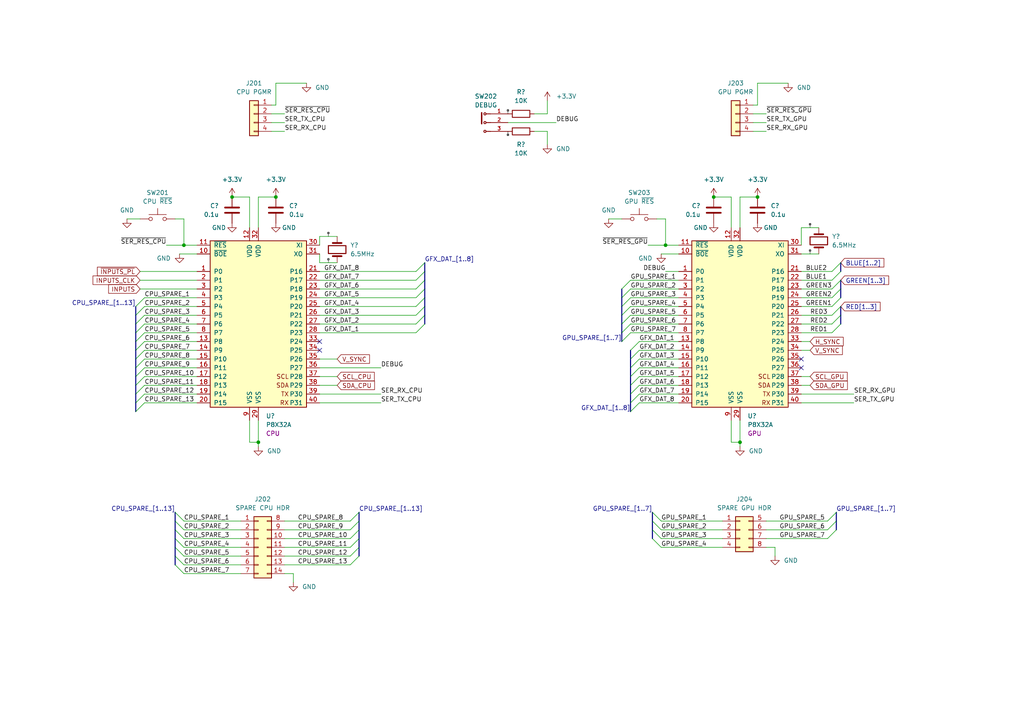
<source format=kicad_sch>
(kicad_sch (version 20230121) (generator eeschema)
  (paper "A4")
  (lib_symbols
    (symbol "Connector_Generic:Conn_01x04" (pin_names (offset 1.016) hide)
      (property "Reference" "J" (at 0 5.08 0))
      (property "Value" "Conn_01x04" (at 0 -7.62 0))
      (symbol "Conn_01x04_1_1"
        (rectangle (start -1.27 -4.953) (end 0 -5.207) (stroke (width 0.1524)))
        (rectangle (start -1.27 -2.413) (end 0 -2.667) (stroke (width 0.1524)))
        (rectangle (start -1.27 0.127) (end 0 -0.127) (stroke (width 0.1524)))
        (rectangle (start -1.27 2.667) (end 0 2.413) (stroke (width 0.1524)))
        (rectangle (start -1.27 3.81) (end 1.27 -6.35) (stroke (width 0.254)) (fill (type background)))
        (pin passive line (at -5.08 2.54 0) (length 3.81) (name "Pin_1") (number "1"))
        (pin passive line (at -5.08 0 0) (length 3.81) (name "Pin_2") (number "2"))
        (pin passive line (at -5.08 -2.54 0) (length 3.81) (name "Pin_3") (number "3"))
        (pin passive line (at -5.08 -5.08 0) (length 3.81) (name "Pin_4") (number "4"))
      )
    )
    (symbol "Connector_Generic:Conn_02x04_Top_Bottom" (pin_names (offset 1.016) hide)
      (property "Reference" "J" (at 1.27 5.08 0))
      (property "Value" "Conn_02x04_Top_Bottom" (at 1.27 -7.62 0))
      (symbol "Conn_02x04_Top_Bottom_1_1"
        (rectangle (start -1.27 -4.953) (end 0 -5.207) (stroke (width 0.1524)))
        (rectangle (start -1.27 -2.413) (end 0 -2.667) (stroke (width 0.1524)))
        (rectangle (start -1.27 0.127) (end 0 -0.127) (stroke (width 0.1524)))
        (rectangle (start -1.27 2.667) (end 0 2.413) (stroke (width 0.1524)))
        (rectangle (start -1.27 3.81) (end 3.81 -6.35) (stroke (width 0.254)) (fill (type background)))
        (rectangle (start 3.81 -4.953) (end 2.54 -5.207) (stroke (width 0.1524)))
        (rectangle (start 3.81 -2.413) (end 2.54 -2.667) (stroke (width 0.1524)))
        (rectangle (start 3.81 0.127) (end 2.54 -0.127) (stroke (width 0.1524)))
        (rectangle (start 3.81 2.667) (end 2.54 2.413) (stroke (width 0.1524)))
        (pin passive line (at -5.08 2.54 0) (length 3.81) (name "Pin_1") (number "1"))
        (pin passive line (at -5.08 0 0) (length 3.81) (name "Pin_2") (number "2"))
        (pin passive line (at -5.08 -2.54 0) (length 3.81) (name "Pin_3") (number "3"))
        (pin passive line (at -5.08 -5.08 0) (length 3.81) (name "Pin_4") (number "4"))
        (pin passive line (at 7.62 2.54 180) (length 3.81) (name "Pin_5") (number "5"))
        (pin passive line (at 7.62 0 180) (length 3.81) (name "Pin_6") (number "6"))
        (pin passive line (at 7.62 -2.54 180) (length 3.81) (name "Pin_7") (number "7"))
        (pin passive line (at 7.62 -5.08 180) (length 3.81) (name "Pin_8") (number "8"))
      )
    )
    (symbol "Connector_Generic:Conn_02x07_Top_Bottom" (pin_names (offset 1.016) hide)
      (property "Reference" "J" (at 1.27 10.16 0))
      (property "Value" "Conn_02x07_Top_Bottom" (at 1.27 -10.16 0))
      (symbol "Conn_02x07_Top_Bottom_1_1"
        (rectangle (start -1.27 -7.493) (end 0 -7.747) (stroke (width 0.1524)))
        (rectangle (start -1.27 -4.953) (end 0 -5.207) (stroke (width 0.1524)))
        (rectangle (start -1.27 -2.413) (end 0 -2.667) (stroke (width 0.1524)))
        (rectangle (start -1.27 0.127) (end 0 -0.127) (stroke (width 0.1524)))
        (rectangle (start -1.27 2.667) (end 0 2.413) (stroke (width 0.1524)))
        (rectangle (start -1.27 5.207) (end 0 4.953) (stroke (width 0.1524)))
        (rectangle (start -1.27 7.747) (end 0 7.493) (stroke (width 0.1524)))
        (rectangle (start -1.27 8.89) (end 3.81 -8.89) (stroke (width 0.254)) (fill (type background)))
        (rectangle (start 3.81 -7.493) (end 2.54 -7.747) (stroke (width 0.1524)))
        (rectangle (start 3.81 -4.953) (end 2.54 -5.207) (stroke (width 0.1524)))
        (rectangle (start 3.81 -2.413) (end 2.54 -2.667) (stroke (width 0.1524)))
        (rectangle (start 3.81 0.127) (end 2.54 -0.127) (stroke (width 0.1524)))
        (rectangle (start 3.81 2.667) (end 2.54 2.413) (stroke (width 0.1524)))
        (rectangle (start 3.81 5.207) (end 2.54 4.953) (stroke (width 0.1524)))
        (rectangle (start 3.81 7.747) (end 2.54 7.493) (stroke (width 0.1524)))
        (pin passive line (at -5.08 7.62 0) (length 3.81) (name "Pin_1") (number "1"))
        (pin passive line (at 7.62 2.54 180) (length 3.81) (name "Pin_10") (number "10"))
        (pin passive line (at 7.62 0 180) (length 3.81) (name "Pin_11") (number "11"))
        (pin passive line (at 7.62 -2.54 180) (length 3.81) (name "Pin_12") (number "12"))
        (pin passive line (at 7.62 -5.08 180) (length 3.81) (name "Pin_13") (number "13"))
        (pin passive line (at 7.62 -7.62 180) (length 3.81) (name "Pin_14") (number "14"))
        (pin passive line (at -5.08 5.08 0) (length 3.81) (name "Pin_2") (number "2"))
        (pin passive line (at -5.08 2.54 0) (length 3.81) (name "Pin_3") (number "3"))
        (pin passive line (at -5.08 0 0) (length 3.81) (name "Pin_4") (number "4"))
        (pin passive line (at -5.08 -2.54 0) (length 3.81) (name "Pin_5") (number "5"))
        (pin passive line (at -5.08 -5.08 0) (length 3.81) (name "Pin_6") (number "6"))
        (pin passive line (at -5.08 -7.62 0) (length 3.81) (name "Pin_7") (number "7"))
        (pin passive line (at 7.62 7.62 180) (length 3.81) (name "Pin_8") (number "8"))
        (pin passive line (at 7.62 5.08 180) (length 3.81) (name "Pin_9") (number "9"))
      )
    )
    (symbol "Device:C" (pin_numbers hide) (pin_names (offset 0.254))
      (property "Reference" "C" (at 0.635 2.54 0))
      (property "Value" "C" (at 0.635 -2.54 0))
      (symbol "C_0_1"
        (polyline (pts (xy -2.032 -0.762) (xy 2.032 -0.762)) (stroke (width 0.508)))
        (polyline (pts (xy -2.032 0.762) (xy 2.032 0.762)) (stroke (width 0.508)))
      )
      (symbol "C_1_1"
        (pin passive line (at 0 3.81 270) (length 2.794) (name "~") (number "1"))
        (pin passive line (at 0 -3.81 90) (length 2.794) (name "~") (number "2"))
      )
    )
    (symbol "Device:Crystal" (pin_numbers hide) (pin_names (offset 1.016) hide)
      (property "Reference" "Y" (at 0 3.81 0))
      (property "Value" "Crystal" (at 0 -3.81 0))
      (symbol "Crystal_0_1"
        (rectangle (start -1.143 2.54) (end 1.143 -2.54) (stroke (width 0.3048)))
        (polyline (pts (xy -2.54 0) (xy -1.905 0)))
        (polyline (pts (xy -1.905 -1.27) (xy -1.905 1.27)) (stroke (width 0.508)))
        (polyline (pts (xy 1.905 -1.27) (xy 1.905 1.27)) (stroke (width 0.508)))
        (polyline (pts (xy 2.54 0) (xy 1.905 0)))
      )
      (symbol "Crystal_1_1"
        (pin passive line (at -3.81 0 0) (length 1.27) (name "1") (number "1"))
        (pin passive line (at 3.81 0 180) (length 1.27) (name "2") (number "2"))
      )
    )
    (symbol "Device:R" (pin_numbers hide) (pin_names (offset 0))
      (property "Reference" "R" (at 2.032 0 90))
      (property "Value" "R" (at 0 0 90))
      (symbol "R_0_1"
        (rectangle (start -1.016 -2.54) (end 1.016 2.54) (stroke (width 0.254)))
      )
      (symbol "R_1_1"
        (pin passive line (at 0 3.81 270) (length 1.27) (name "~") (number "1"))
        (pin passive line (at 0 -3.81 90) (length 1.27) (name "~") (number "2"))
      )
    )
    (symbol "MCU_Parallax:P8X32A-D40" (pin_names (offset 1.016))
      (property "Reference" "U" (at -13.97 25.4 0))
      (property "Value" "P8X32A-D40" (at 1.27 25.4 0))
      (symbol "P8X32A-D40_0_1"
        (rectangle (start -13.97 24.13) (end 13.97 -24.13) (stroke (width 0.254)) (fill (type background)))
        (text "RX" (at 8.89 -22.86 0) (effects (font (size 1.27 1.27)) (justify right)))
        (text "SCL" (at 8.89 -15.24 0) (effects (font (size 1.27 1.27)) (justify right)))
        (text "SDA" (at 8.89 -17.78 0) (effects (font (size 1.27 1.27)) (justify right)))
        (text "TX" (at 8.89 -20.32 0) (effects (font (size 1.27 1.27)) (justify right)))
        (pin bidirectional line (at -17.78 15.24 0) (length 3.81) (name "P0") (number "1"))
        (pin input line (at -17.78 20.32 0) (length 3.81) (name "~{BOE}") (number "10"))
        (pin bidirectional line (at -17.78 22.86 0) (length 3.81) (name "~{RES}") (number "11"))
        (pin power_in line (at -2.54 27.94 270) (length 3.81) (name "VDD") (number "12"))
        (pin bidirectional line (at -17.78 -5.08 0) (length 3.81) (name "P8") (number "13"))
        (pin bidirectional line (at -17.78 -7.62 0) (length 3.81) (name "P9") (number "14"))
        (pin bidirectional line (at -17.78 -10.16 0) (length 3.81) (name "P10") (number "15"))
        (pin bidirectional line (at -17.78 -12.7 0) (length 3.81) (name "P11") (number "16"))
        (pin bidirectional line (at -17.78 -15.24 0) (length 3.81) (name "P12") (number "17"))
        (pin bidirectional line (at -17.78 -17.78 0) (length 3.81) (name "P13") (number "18"))
        (pin bidirectional line (at -17.78 -20.32 0) (length 3.81) (name "P14") (number "19"))
        (pin bidirectional line (at -17.78 12.7 0) (length 3.81) (name "P1") (number "2"))
        (pin bidirectional line (at -17.78 -22.86 0) (length 3.81) (name "P15") (number "20"))
        (pin bidirectional line (at 17.78 15.24 180) (length 3.81) (name "P16") (number "21"))
        (pin bidirectional line (at 17.78 12.7 180) (length 3.81) (name "P17") (number "22"))
        (pin bidirectional line (at 17.78 10.16 180) (length 3.81) (name "P18") (number "23"))
        (pin bidirectional line (at 17.78 7.62 180) (length 3.81) (name "P19") (number "24"))
        (pin bidirectional line (at 17.78 5.08 180) (length 3.81) (name "P20") (number "25"))
        (pin bidirectional line (at 17.78 2.54 180) (length 3.81) (name "P21") (number "26"))
        (pin bidirectional line (at 17.78 0 180) (length 3.81) (name "P22") (number "27"))
        (pin bidirectional line (at 17.78 -2.54 180) (length 3.81) (name "P23") (number "28"))
        (pin power_in line (at 0 -27.94 90) (length 3.81) (name "VSS") (number "29"))
        (pin bidirectional line (at -17.78 10.16 0) (length 3.81) (name "P2") (number "3"))
        (pin input line (at 17.78 22.86 180) (length 3.81) (name "XI") (number "30"))
        (pin output line (at 17.78 20.32 180) (length 3.81) (name "XO") (number "31"))
        (pin power_in line (at 0 27.94 270) (length 3.81) (name "VDD") (number "32"))
        (pin bidirectional line (at 17.78 -5.08 180) (length 3.81) (name "P24") (number "33"))
        (pin bidirectional line (at 17.78 -7.62 180) (length 3.81) (name "P25") (number "34"))
        (pin bidirectional line (at 17.78 -10.16 180) (length 3.81) (name "P26") (number "35"))
        (pin bidirectional line (at 17.78 -12.7 180) (length 3.81) (name "P27") (number "36"))
        (pin bidirectional line (at 17.78 -15.24 180) (length 3.81) (name "P28") (number "37"))
        (pin bidirectional line (at 17.78 -17.78 180) (length 3.81) (name "P29") (number "38"))
        (pin bidirectional line (at 17.78 -20.32 180) (length 3.81) (name "P30") (number "39"))
        (pin bidirectional line (at -17.78 7.62 0) (length 3.81) (name "P3") (number "4"))
        (pin bidirectional line (at 17.78 -22.86 180) (length 3.81) (name "P31") (number "40"))
        (pin bidirectional line (at -17.78 5.08 0) (length 3.81) (name "P4") (number "5"))
        (pin bidirectional line (at -17.78 2.54 0) (length 3.81) (name "P5") (number "6"))
        (pin bidirectional line (at -17.78 0 0) (length 3.81) (name "P6") (number "7"))
        (pin bidirectional line (at -17.78 -2.54 0) (length 3.81) (name "P7") (number "8"))
        (pin power_in line (at -2.54 -27.94 90) (length 3.81) (name "VSS") (number "9"))
      )
    )
    (symbol "Switch:SW_Push" (pin_numbers hide) (pin_names (offset 1.016) hide)
      (property "Reference" "SW" (at 1.27 2.54 0))
      (property "Value" "SW_Push" (at 0 -1.524 0))
      (symbol "SW_Push_0_1"
        (circle (center -2.032 0) (radius 0.508))
        (polyline (pts (xy 0 1.27) (xy 0 3.048)))
        (polyline (pts (xy 2.54 1.27) (xy -2.54 1.27)))
        (circle (center 2.032 0) (radius 0.508))
        (pin passive line (at -5.08 0 0) (length 2.54) (name "1") (number "1"))
        (pin passive line (at 5.08 0 180) (length 2.54) (name "2") (number "2"))
      )
    )
    (symbol "jcap-symbols:1825159-1" (pin_names (offset 1.016))
      (property "Reference" "SW" (at 2.5423 2.5423 0))
      (property "Value" "1825159-1" (at 2.5447 -2.5447 0))
      (symbol "1825159-1_0_0"
        (circle (center -0.9525 -2.54) (radius 0.3175) (stroke (width 0.254)))
        (circle (center -0.9525 0) (radius 0.3175) (stroke (width 0.254)))
        (circle (center -0.9525 2.54) (radius 0.3175) (stroke (width 0.254)))
        (polyline (pts (xy -2.54 -2.54) (xy -1.27 -2.54)) (stroke (width 0.254)))
        (polyline (pts (xy -2.54 0) (xy -1.27 0)) (stroke (width 0.254)))
        (polyline (pts (xy -2.54 2.54) (xy -1.27 2.54)) (stroke (width 0.254)))
        (polyline (pts (xy 0 2.8575) (xy 0 -0.3175)) (stroke (width 0.4064)))
        (pin passive line (at -7.62 2.54 0) (length 5.08) (name "~") (number "1"))
        (pin passive line (at -7.62 0 0) (length 5.08) (name "~") (number "2"))
        (pin passive line (at -7.62 -2.54 0) (length 5.08) (name "~") (number "3"))
      )
    )
    (symbol "power:+3.3V" (power) (pin_names (offset 0))
      (property "Value" "+3.3V" (at 0 3.556 0))
      (symbol "+3.3V_0_1"
        (polyline (pts (xy -0.762 1.27) (xy 0 2.54)))
        (polyline (pts (xy 0 0) (xy 0 2.54)))
        (polyline (pts (xy 0 2.54) (xy 0.762 1.27)))
      )
      (symbol "+3.3V_1_1"
        (pin power_in line (at 0 0 90) (length 0) hide (name "+3.3V") (number "1"))
      )
    )
    (symbol "power:GND" (power) (pin_names (offset 0))
      (property "Value" "GND" (at 0 -3.81 0))
      (symbol "GND_0_1"
        (polyline (pts (xy 0 0) (xy 0 -1.27) (xy 1.27 -1.27) (xy 0 -2.54) (xy -1.27 -1.27) (xy 0 -1.27)))
      )
      (symbol "GND_1_1"
        (pin power_in line (at 0 0 270) (length 0) hide (name "GND") (number "1"))
      )
    )
  )
  (junction (at 207.01 57.15))
  (junction (at 219.71 57.15))
  (junction (at 193.04 71.12))
  (junction (at 53.34 71.12))
  (junction (at 80.01 57.15))
  (junction (at 214.63 128.27))
  (junction (at 74.93 128.27))
  (junction (at 67.31 57.15))
  (no_connect (at 92.71 99.06))
  (no_connect (at 232.41 106.68))
  (no_connect (at 92.71 101.6))
  (no_connect (at 232.41 104.14))
  (bus_entry (at 39.37 88.9) (size 2.54 -2.54))
  (bus_entry (at 120.65 88.9) (size 2.54 -2.54))
  (bus_entry (at 104.14 158.75) (size -2.54 2.54))
  (bus_entry (at 241.3 78.74) (size 2.54 -2.54))
  (bus_entry (at 185.42 116.84) (size -2.54 2.54))
  (bus_entry (at 120.65 91.44) (size 2.54 -2.54))
  (bus_entry (at 104.14 161.29) (size -2.54 2.54))
  (bus_entry (at 120.65 83.82) (size 2.54 -2.54))
  (bus_entry (at 240.03 151.13) (size 2.54 -2.54))
  (bus_entry (at 50.8 151.13) (size 2.54 2.54))
  (bus_entry (at 39.37 104.14) (size 2.54 -2.54))
  (bus_entry (at 39.37 93.98) (size 2.54 -2.54))
  (bus_entry (at 241.3 91.44) (size 2.54 -2.54))
  (bus_entry (at 191.77 151.13) (size -2.54 -2.54))
  (bus_entry (at 39.37 111.76) (size 2.54 -2.54))
  (bus_entry (at 180.34 88.9) (size 2.54 -2.54))
  (bus_entry (at 180.34 86.36) (size 2.54 -2.54))
  (bus_entry (at 180.34 93.98) (size 2.54 -2.54))
  (bus_entry (at 185.42 99.06) (size -2.54 2.54))
  (bus_entry (at 241.3 88.9) (size 2.54 -2.54))
  (bus_entry (at 185.42 104.14) (size -2.54 2.54))
  (bus_entry (at 120.65 81.28) (size 2.54 -2.54))
  (bus_entry (at 191.77 156.21) (size -2.54 -2.54))
  (bus_entry (at 180.34 99.06) (size 2.54 -2.54))
  (bus_entry (at 185.42 114.3) (size -2.54 2.54))
  (bus_entry (at 180.34 83.82) (size 2.54 -2.54))
  (bus_entry (at 39.37 101.6) (size 2.54 -2.54))
  (bus_entry (at 120.65 78.74) (size 2.54 -2.54))
  (bus_entry (at 185.42 109.22) (size -2.54 2.54))
  (bus_entry (at 39.37 106.68) (size 2.54 -2.54))
  (bus_entry (at 180.34 96.52) (size 2.54 -2.54))
  (bus_entry (at 50.8 163.83) (size 2.54 2.54))
  (bus_entry (at 120.65 93.98) (size 2.54 -2.54))
  (bus_entry (at 241.3 81.28) (size 2.54 -2.54))
  (bus_entry (at 39.37 114.3) (size 2.54 -2.54))
  (bus_entry (at 240.03 153.67) (size 2.54 -2.54))
  (bus_entry (at 39.37 91.44) (size 2.54 -2.54))
  (bus_entry (at 39.37 116.84) (size 2.54 -2.54))
  (bus_entry (at 50.8 161.29) (size 2.54 2.54))
  (bus_entry (at 191.77 158.75) (size -2.54 -2.54))
  (bus_entry (at 120.65 86.36) (size 2.54 -2.54))
  (bus_entry (at 241.3 96.52) (size 2.54 -2.54))
  (bus_entry (at 39.37 99.06) (size 2.54 -2.54))
  (bus_entry (at 241.3 83.82) (size 2.54 -2.54))
  (bus_entry (at 50.8 156.21) (size 2.54 2.54))
  (bus_entry (at 185.42 111.76) (size -2.54 2.54))
  (bus_entry (at 120.65 96.52) (size 2.54 -2.54))
  (bus_entry (at 39.37 109.22) (size 2.54 -2.54))
  (bus_entry (at 185.42 106.68) (size -2.54 2.54))
  (bus_entry (at 241.3 86.36) (size 2.54 -2.54))
  (bus_entry (at 240.03 156.21) (size 2.54 -2.54))
  (bus_entry (at 104.14 153.67) (size -2.54 2.54))
  (bus_entry (at 104.14 148.59) (size -2.54 2.54))
  (bus_entry (at 185.42 101.6) (size -2.54 2.54))
  (bus_entry (at 50.8 153.67) (size 2.54 2.54))
  (bus_entry (at 50.8 158.75) (size 2.54 2.54))
  (bus_entry (at 39.37 119.38) (size 2.54 -2.54))
  (bus_entry (at 104.14 156.21) (size -2.54 2.54))
  (bus_entry (at 180.34 91.44) (size 2.54 -2.54))
  (bus_entry (at 104.14 151.13) (size -2.54 2.54))
  (bus_entry (at 50.8 148.59) (size 2.54 2.54))
  (bus_entry (at 191.77 153.67) (size -2.54 -2.54))
  (bus_entry (at 241.3 93.98) (size 2.54 -2.54))
  (bus_entry (at 39.37 96.52) (size 2.54 -2.54))
  (wire (pts (xy 41.91 111.76) (xy 57.15 111.76)))
  (wire (pts (xy 232.41 116.84) (xy 247.65 116.84)))
  (wire (pts (xy 53.34 158.75) (xy 69.85 158.75)))
  (wire (pts (xy 196.85 106.68) (xy 185.42 106.68)))
  (wire (pts (xy 72.39 57.15) (xy 72.39 66.04)))
  (wire (pts (xy 85.09 166.37) (xy 85.09 168.91)))
  (wire (pts (xy 92.71 93.98) (xy 120.65 93.98)))
  (bus (pts (xy 180.34 86.36) (xy 180.34 88.9)))
  (bus (pts (xy 243.84 76.2) (xy 243.84 78.74)))
  (wire (pts (xy 92.71 78.74) (xy 120.65 78.74)))
  (bus (pts (xy 182.88 114.3) (xy 182.88 111.76)))
  (wire (pts (xy 232.41 71.12) (xy 232.41 66.04)))
  (wire (pts (xy 214.63 129.54) (xy 214.63 128.27)))
  (bus (pts (xy 39.37 93.98) (xy 39.37 96.52)))
  (wire (pts (xy 222.25 151.13) (xy 240.03 151.13)))
  (wire (pts (xy 74.93 129.54) (xy 74.93 128.27)))
  (wire (pts (xy 53.34 161.29) (xy 69.85 161.29)))
  (wire (pts (xy 92.71 116.84) (xy 110.49 116.84)))
  (wire (pts (xy 214.63 57.15) (xy 219.71 57.15)))
  (bus (pts (xy 104.14 158.75) (xy 104.14 156.21)))
  (wire (pts (xy 92.71 106.68) (xy 110.49 106.68)))
  (wire (pts (xy 41.91 88.9) (xy 57.15 88.9)))
  (wire (pts (xy 74.93 57.15) (xy 74.93 66.04)))
  (wire (pts (xy 41.91 106.68) (xy 57.15 106.68)))
  (wire (pts (xy 218.44 35.56) (xy 222.25 35.56)))
  (bus (pts (xy 182.88 116.84) (xy 182.88 114.3)))
  (wire (pts (xy 53.34 166.37) (xy 69.85 166.37)))
  (wire (pts (xy 222.25 153.67) (xy 240.03 153.67)))
  (wire (pts (xy 191.77 153.67) (xy 209.55 153.67)))
  (wire (pts (xy 196.85 104.14) (xy 185.42 104.14)))
  (wire (pts (xy 53.34 63.5) (xy 53.34 71.12)))
  (wire (pts (xy 218.44 38.1) (xy 222.25 38.1)))
  (wire (pts (xy 92.71 114.3) (xy 110.49 114.3)))
  (bus (pts (xy 104.14 153.67) (xy 104.14 151.13)))
  (wire (pts (xy 50.8 63.5) (xy 53.34 63.5)))
  (wire (pts (xy 92.71 96.52) (xy 120.65 96.52)))
  (bus (pts (xy 50.8 151.13) (xy 50.8 148.59)))
  (wire (pts (xy 82.55 163.83) (xy 101.6 163.83)))
  (bus (pts (xy 180.34 96.52) (xy 180.34 99.06)))
  (bus (pts (xy 243.84 91.44) (xy 243.84 93.98)))
  (bus (pts (xy 39.37 101.6) (xy 39.37 104.14)))
  (bus (pts (xy 39.37 111.76) (xy 39.37 114.3)))
  (wire (pts (xy 72.39 57.15) (xy 67.31 57.15)))
  (bus (pts (xy 243.84 88.9) (xy 243.84 91.44)))
  (bus (pts (xy 39.37 99.06) (xy 39.37 101.6)))
  (wire (pts (xy 232.41 86.36) (xy 241.3 86.36)))
  (bus (pts (xy 123.19 86.36) (xy 123.19 83.82)))
  (wire (pts (xy 196.85 109.22) (xy 185.42 109.22)))
  (wire (pts (xy 212.09 57.15) (xy 207.01 57.15)))
  (bus (pts (xy 104.14 156.21) (xy 104.14 153.67)))
  (wire (pts (xy 196.85 114.3) (xy 185.42 114.3)))
  (wire (pts (xy 212.09 121.92) (xy 212.09 128.27)))
  (bus (pts (xy 39.37 114.3) (xy 39.37 116.84)))
  (wire (pts (xy 41.91 96.52) (xy 57.15 96.52)))
  (wire (pts (xy 191.77 73.66) (xy 196.85 73.66)))
  (wire (pts (xy 232.41 88.9) (xy 241.3 88.9)))
  (wire (pts (xy 182.88 93.98) (xy 196.85 93.98)))
  (wire (pts (xy 82.55 166.37) (xy 85.09 166.37)))
  (bus (pts (xy 123.19 78.74) (xy 123.19 76.2)))
  (wire (pts (xy 182.88 81.28) (xy 196.85 81.28)))
  (bus (pts (xy 243.84 83.82) (xy 243.84 86.36)))
  (wire (pts (xy 219.71 24.13) (xy 219.71 30.48)))
  (wire (pts (xy 191.77 156.21) (xy 209.55 156.21)))
  (bus (pts (xy 243.84 81.28) (xy 243.84 83.82)))
  (bus (pts (xy 180.34 83.82) (xy 180.34 86.36)))
  (wire (pts (xy 232.41 101.6) (xy 234.95 101.6)))
  (wire (pts (xy 214.63 128.27) (xy 214.63 121.92)))
  (wire (pts (xy 92.71 76.2) (xy 97.79 76.2)))
  (wire (pts (xy 232.41 78.74) (xy 241.3 78.74)))
  (wire (pts (xy 92.71 88.9) (xy 120.65 88.9)))
  (wire (pts (xy 196.85 101.6) (xy 185.42 101.6)))
  (wire (pts (xy 219.71 24.13) (xy 228.6 24.13)))
  (wire (pts (xy 232.41 81.28) (xy 241.3 81.28)))
  (wire (pts (xy 92.71 111.76) (xy 97.79 111.76)))
  (wire (pts (xy 72.39 128.27) (xy 74.93 128.27)))
  (wire (pts (xy 92.71 86.36) (xy 120.65 86.36)))
  (wire (pts (xy 232.41 111.76) (xy 234.95 111.76)))
  (wire (pts (xy 232.41 114.3) (xy 247.65 114.3)))
  (wire (pts (xy 196.85 99.06) (xy 185.42 99.06)))
  (bus (pts (xy 39.37 91.44) (xy 39.37 93.98)))
  (wire (pts (xy 232.41 93.98) (xy 241.3 93.98)))
  (wire (pts (xy 232.41 83.82) (xy 241.3 83.82)))
  (wire (pts (xy 53.34 153.67) (xy 69.85 153.67)))
  (bus (pts (xy 50.8 158.75) (xy 50.8 156.21)))
  (bus (pts (xy 242.57 153.67) (xy 242.57 151.13)))
  (wire (pts (xy 41.91 114.3) (xy 57.15 114.3)))
  (bus (pts (xy 39.37 109.22) (xy 39.37 111.76)))
  (wire (pts (xy 187.96 71.12) (xy 193.04 71.12)))
  (wire (pts (xy 224.79 158.75) (xy 224.79 161.29)))
  (wire (pts (xy 158.75 33.02) (xy 154.94 33.02)))
  (bus (pts (xy 180.34 91.44) (xy 180.34 93.98)))
  (wire (pts (xy 92.71 91.44) (xy 120.65 91.44)))
  (wire (pts (xy 158.75 41.91) (xy 158.75 38.1)))
  (wire (pts (xy 232.41 99.06) (xy 234.95 99.06)))
  (wire (pts (xy 212.09 57.15) (xy 212.09 66.04)))
  (wire (pts (xy 78.74 38.1) (xy 82.55 38.1)))
  (wire (pts (xy 219.71 30.48) (xy 218.44 30.48)))
  (bus (pts (xy 39.37 106.68) (xy 39.37 109.22)))
  (wire (pts (xy 92.71 83.82) (xy 120.65 83.82)))
  (bus (pts (xy 242.57 151.13) (xy 242.57 148.59)))
  (wire (pts (xy 212.09 128.27) (xy 214.63 128.27)))
  (wire (pts (xy 41.91 104.14) (xy 57.15 104.14)))
  (wire (pts (xy 41.91 101.6) (xy 57.15 101.6)))
  (wire (pts (xy 232.41 73.66) (xy 237.49 73.66)))
  (bus (pts (xy 189.23 148.59) (xy 189.23 151.13)))
  (wire (pts (xy 158.75 38.1) (xy 154.94 38.1)))
  (wire (pts (xy 41.91 99.06) (xy 57.15 99.06)))
  (wire (pts (xy 190.5 63.5) (xy 193.04 63.5)))
  (wire (pts (xy 80.01 30.48) (xy 78.74 30.48)))
  (wire (pts (xy 41.91 93.98) (xy 57.15 93.98)))
  (wire (pts (xy 176.53 63.5) (xy 180.34 63.5)))
  (wire (pts (xy 218.44 33.02) (xy 222.25 33.02)))
  (wire (pts (xy 182.88 88.9) (xy 196.85 88.9)))
  (wire (pts (xy 191.77 151.13) (xy 209.55 151.13)))
  (bus (pts (xy 104.14 161.29) (xy 104.14 158.75)))
  (wire (pts (xy 182.88 91.44) (xy 196.85 91.44)))
  (wire (pts (xy 196.85 111.76) (xy 185.42 111.76)))
  (bus (pts (xy 104.14 151.13) (xy 104.14 148.59)))
  (wire (pts (xy 191.77 158.75) (xy 209.55 158.75)))
  (bus (pts (xy 50.8 163.83) (xy 50.8 161.29)))
  (bus (pts (xy 123.19 91.44) (xy 123.19 88.9)))
  (bus (pts (xy 123.19 88.9) (xy 123.19 86.36)))
  (wire (pts (xy 36.83 63.5) (xy 40.64 63.5)))
  (wire (pts (xy 222.25 158.75) (xy 224.79 158.75)))
  (wire (pts (xy 158.75 29.21) (xy 158.75 33.02)))
  (wire (pts (xy 232.41 109.22) (xy 234.95 109.22)))
  (bus (pts (xy 39.37 104.14) (xy 39.37 106.68)))
  (bus (pts (xy 180.34 88.9) (xy 180.34 91.44)))
  (wire (pts (xy 74.93 128.27) (xy 74.93 121.92)))
  (wire (pts (xy 232.41 96.52) (xy 241.3 96.52)))
  (bus (pts (xy 50.8 161.29) (xy 50.8 158.75)))
  (bus (pts (xy 182.88 119.38) (xy 182.88 116.84)))
  (wire (pts (xy 92.71 104.14) (xy 97.79 104.14)))
  (wire (pts (xy 92.71 81.28) (xy 120.65 81.28)))
  (wire (pts (xy 82.55 161.29) (xy 101.6 161.29)))
  (wire (pts (xy 53.34 151.13) (xy 69.85 151.13)))
  (wire (pts (xy 74.93 57.15) (xy 80.01 57.15)))
  (wire (pts (xy 53.34 71.12) (xy 57.15 71.12)))
  (wire (pts (xy 182.88 83.82) (xy 196.85 83.82)))
  (wire (pts (xy 193.04 78.74) (xy 196.85 78.74)))
  (bus (pts (xy 123.19 83.82) (xy 123.19 81.28)))
  (wire (pts (xy 82.55 158.75) (xy 101.6 158.75)))
  (bus (pts (xy 39.37 116.84) (xy 39.37 119.38)))
  (wire (pts (xy 53.34 156.21) (xy 69.85 156.21)))
  (wire (pts (xy 92.71 71.12) (xy 92.71 68.58)))
  (wire (pts (xy 193.04 71.12) (xy 196.85 71.12)))
  (wire (pts (xy 82.55 151.13) (xy 101.6 151.13)))
  (wire (pts (xy 82.55 153.67) (xy 101.6 153.67)))
  (wire (pts (xy 78.74 35.56) (xy 82.55 35.56)))
  (wire (pts (xy 82.55 156.21) (xy 101.6 156.21)))
  (wire (pts (xy 57.15 81.28) (xy 40.64 81.28)))
  (wire (pts (xy 57.15 78.74) (xy 40.64 78.74)))
  (wire (pts (xy 72.39 121.92) (xy 72.39 128.27)))
  (wire (pts (xy 232.41 91.44) (xy 241.3 91.44)))
  (bus (pts (xy 39.37 88.9) (xy 39.37 91.44)))
  (bus (pts (xy 123.19 81.28) (xy 123.19 78.74)))
  (bus (pts (xy 123.19 93.98) (xy 123.19 91.44)))
  (wire (pts (xy 222.25 156.21) (xy 240.03 156.21)))
  (bus (pts (xy 182.88 111.76) (xy 182.88 109.22)))
  (wire (pts (xy 57.15 83.82) (xy 40.64 83.82)))
  (bus (pts (xy 182.88 101.6) (xy 182.88 104.14)))
  (wire (pts (xy 41.91 109.22) (xy 57.15 109.22)))
  (wire (pts (xy 52.07 73.66) (xy 57.15 73.66)))
  (bus (pts (xy 180.34 93.98) (xy 180.34 96.52)))
  (wire (pts (xy 196.85 116.84) (xy 185.42 116.84)))
  (bus (pts (xy 182.88 104.14) (xy 182.88 106.68)))
  (wire (pts (xy 92.71 68.58) (xy 97.79 68.58)))
  (bus (pts (xy 50.8 153.67) (xy 50.8 151.13)))
  (wire (pts (xy 92.71 73.66) (xy 92.71 76.2)))
  (wire (pts (xy 232.41 66.04) (xy 237.49 66.04)))
  (bus (pts (xy 50.8 156.21) (xy 50.8 153.67)))
  (wire (pts (xy 41.91 86.36) (xy 57.15 86.36)))
  (bus (pts (xy 39.37 96.52) (xy 39.37 99.06)))
  (wire (pts (xy 182.88 86.36) (xy 196.85 86.36)))
  (wire (pts (xy 48.26 71.12) (xy 53.34 71.12)))
  (wire (pts (xy 80.01 24.13) (xy 88.9 24.13)))
  (wire (pts (xy 41.91 91.44) (xy 57.15 91.44)))
  (wire (pts (xy 41.91 116.84) (xy 57.15 116.84)))
  (wire (pts (xy 80.01 24.13) (xy 80.01 30.48)))
  (wire (pts (xy 78.74 33.02) (xy 82.55 33.02)))
  (bus (pts (xy 182.88 109.22) (xy 182.88 106.68)))
  (wire (pts (xy 214.63 57.15) (xy 214.63 66.04)))
  (bus (pts (xy 189.23 153.67) (xy 189.23 156.21)))
  (wire (pts (xy 193.04 63.5) (xy 193.04 71.12)))
  (wire (pts (xy 161.29 35.56) (xy 147.32 35.56)))
  (bus (pts (xy 189.23 151.13) (xy 189.23 153.67)))
  (wire (pts (xy 92.71 109.22) (xy 97.79 109.22)))
  (wire (pts (xy 53.34 163.83) (xy 69.85 163.83)))
  (wire (pts (xy 182.88 96.52) (xy 196.85 96.52)))
  (label "CPU_SPARE_9" (at 86.36 153.67 0))
  (label "GPU_SPARE_6" (at 182.88 93.98 0))
  (label "RED1" (at 234.95 96.52 0))
  (label "DEBUG" (at 110.49 106.68 0))
  (label "GPU_SPARE_3" (at 182.88 86.36 0))
  (label "SER_RX_CPU" (at 82.55 38.1 0))
  (label "SER_RX_GPU" (at 222.25 38.1 0))
  (label "~{SER_RES_GPU}" (at 222.25 33.02 0))
  (label "GFX_DAT_7" (at 93.98 81.28 0))
  (label "CPU_SPARE_[1..13]" (at 50.8 148.59 180))
  (label "CPU_SPARE_3" (at 41.91 91.44 0))
  (label "CPU_SPARE_11" (at 41.91 111.76 0))
  (label "CPU_SPARE_9" (at 41.91 106.68 0))
  (label "BLUE2" (at 233.68 78.74 0))
  (label "BLUE1" (at 233.68 81.28 0))
  (label "CPU_SPARE_1" (at 41.91 86.36 0))
  (label "GFX_DAT_2" (at 93.98 93.98 0))
  (label "GPU_SPARE_3" (at 191.77 156.21 0))
  (label "GFX_DAT_1" (at 185.42 99.06 0))
  (label "GFX_DAT_8" (at 93.98 78.74 0))
  (label "CPU_SPARE_8" (at 86.36 151.13 0))
  (label "~{SER_RES_GPU}" (at 187.96 71.12 180))
  (label "GFX_DAT_3" (at 185.42 104.14 0))
  (label "GFX_DAT_1" (at 93.98 96.52 0))
  (label "GPU_SPARE_[1..7]" (at 242.57 148.59 0))
  (label "SER_TX_CPU" (at 82.55 35.56 0))
  (label "~{SER_RES_CPU}" (at 48.26 71.12 180))
  (label "GPU_SPARE_5" (at 226.06 151.13 0))
  (label "GFX_DAT_7" (at 185.42 114.3 0))
  (label "GFX_DAT_6" (at 93.98 83.82 0))
  (label "DEBUG" (at 193.04 78.74 180))
  (label "CPU_SPARE_8" (at 41.91 104.14 0))
  (label "CPU_SPARE_[1..13]" (at 104.14 148.59 0))
  (label "CPU_SPARE_6" (at 53.34 163.83 0))
  (label "CPU_SPARE_2" (at 41.91 88.9 0))
  (label "GPU_SPARE_7" (at 226.06 156.21 0))
  (label "CPU_SPARE_10" (at 86.36 156.21 0))
  (label "GFX_DAT_4" (at 93.98 88.9 0))
  (label "GFX_DAT_6" (at 185.42 111.76 0))
  (label "GREEN3" (at 233.68 83.82 0))
  (label "CPU_SPARE_13" (at 41.91 116.84 0))
  (label "CPU_SPARE_13" (at 86.36 163.83 0))
  (label "RED2" (at 234.95 93.98 0))
  (label "GPU_SPARE_[1..7]" (at 189.23 148.59 180))
  (label "GFX_DAT_5" (at 93.98 86.36 0))
  (label "GREEN2" (at 233.68 86.36 0))
  (label "GFX_DAT_[1..8]" (at 182.88 119.38 180))
  (label "GPU_SPARE_4" (at 191.77 158.75 0))
  (label "GPU_SPARE_1" (at 182.88 81.28 0))
  (label "SER_TX_CPU" (at 110.49 116.84 0))
  (label "GFX_DAT_3" (at 93.98 91.44 0))
  (label "GPU_SPARE_1" (at 191.77 151.13 0))
  (label "CPU_SPARE_4" (at 53.34 158.75 0))
  (label "SER_TX_GPU" (at 247.65 116.84 0))
  (label "CPU_SPARE_5" (at 41.91 96.52 0))
  (label "CPU_SPARE_12" (at 86.36 161.29 0))
  (label "GFX_DAT_2" (at 185.42 101.6 0))
  (label "DEBUG" (at 161.29 35.56 0))
  (label "CPU_SPARE_10" (at 41.91 109.22 0))
  (label "GFX_DAT_[1..8]" (at 123.19 76.2 0))
  (label "CPU_SPARE_[1..13]" (at 39.37 88.9 180))
  (label "CPU_SPARE_3" (at 53.34 156.21 0))
  (label "CPU_SPARE_4" (at 41.91 93.98 0))
  (label "SER_RX_GPU" (at 247.65 114.3 0))
  (label "GPU_SPARE_4" (at 182.88 88.9 0))
  (label "CPU_SPARE_1" (at 53.34 151.13 0))
  (label "GPU_SPARE_[1..7]" (at 180.34 99.06 180))
  (label "CPU_SPARE_12" (at 41.91 114.3 0))
  (label "GFX_DAT_5" (at 185.42 109.22 0))
  (label "RED3" (at 234.95 91.44 0))
  (label "SER_TX_GPU" (at 222.25 35.56 0))
  (label "CPU_SPARE_7" (at 53.34 166.37 0))
  (label "GFX_DAT_8" (at 185.42 116.84 0))
  (label "CPU_SPARE_2" (at 53.34 153.67 0))
  (label "CPU_SPARE_6" (at 41.91 99.06 0))
  (label "GPU_SPARE_7" (at 182.88 96.52 0))
  (label "GFX_DAT_4" (at 185.42 106.68 0))
  (label "CPU_SPARE_11" (at 86.36 158.75 0))
  (label "GPU_SPARE_2" (at 191.77 153.67 0))
  (label "GPU_SPARE_5" (at 182.88 91.44 0))
  (label "GPU_SPARE_2" (at 182.88 83.82 0))
  (label "CPU_SPARE_7" (at 41.91 101.6 0))
  (label "GREEN1" (at 233.68 88.9 0))
  (label "~{SER_RES_CPU}" (at 82.55 33.02 0))
  (label "SER_RX_CPU" (at 110.49 114.3 0))
  (label "CPU_SPARE_5" (at 53.34 161.29 0))
  (label "GPU_SPARE_6" (at 226.06 153.67 0))
  (global_label "GREEN[1..3]" (shape input) (at 243.84 81.28 0) (property "Intersheetrefs" "${INTERSHEET_REFS}" (effects hide)))
  (global_label "BLUE[1..2]" (shape input) (at 243.84 76.2 0) (property "Intersheetrefs" "${INTERSHEET_REFS}" (effects hide)))
  (global_label "SDA_CPU" (shape input) (at 97.79 111.76 0) (property "Intersheetrefs" "${INTERSHEET_REFS}" (effects hide)))
  (global_label "RED[1..3]" (shape input) (at 243.84 88.9 0) (property "Intersheetrefs" "${INTERSHEET_REFS}" (effects hide)))
  (global_label "~{INPUTS_PL}" (shape input) (at 40.64 78.74 180) (property "Intersheetrefs" "${INTERSHEET_REFS}" (effects hide)))
  (global_label "SCL_GPU" (shape input) (at 234.95 109.22 0) (property "Intersheetrefs" "${INTERSHEET_REFS}" (effects hide)))
  (global_label "SDA_GPU" (shape input) (at 234.95 111.76 0) (property "Intersheetrefs" "${INTERSHEET_REFS}" (effects hide)))
  (global_label "INPUTS_CLK" (shape input) (at 40.64 81.28 180) (property "Intersheetrefs" "${INTERSHEET_REFS}" (effects hide)))
  (global_label "INPUTS" (shape input) (at 40.64 83.82 180) (property "Intersheetrefs" "${INTERSHEET_REFS}" (effects hide)))
  (global_label "V_SYNC" (shape input) (at 234.95 101.6 0) (property "Intersheetrefs" "${INTERSHEET_REFS}" (effects hide)))
  (global_label "H_SYNC" (shape input) (at 234.95 99.06 0) (property "Intersheetrefs" "${INTERSHEET_REFS}" (effects hide)))
  (global_label "V_SYNC" (shape input) (at 97.79 104.14 0) (property "Intersheetrefs" "${INTERSHEET_REFS}" (effects hide)))
  (global_label "SCL_CPU" (shape input) (at 97.79 109.22 0) (property "Intersheetrefs" "${INTERSHEET_REFS}" (effects hide)))
  (netclass_flag "" (length 1) (shape dot) (at 95.25 68.58 0) (property "Netclass" "Signal" (effects hide)))
  (netclass_flag "" (length 1) (shape dot) (at 234.95 73.66 0) (property "Netclass" "Signal" (effects hide)))
  (netclass_flag "" (length 1) (shape dot) (at 234.95 66.04 0) (property "Netclass" "Signal" (effects hide)))
  (netclass_flag "" (length 1) (shape dot) (at 147.32 33.02 0) (property "Netclass" "Signal" (effects hide)))
  (netclass_flag "" (length 1) (shape dot) (at 95.25 76.2 0) (property "Netclass" "Signal" (effects hide)))
  (netclass_flag "" (length 1) (shape dot) (at 147.32 38.1 180) (property "Netclass" "Signal" (effects hide)))
  (symbol (lib_id "power:GND") (at 36.83 63.5 0) (unit 1)
    (property "Reference" "#PWR0201" (effects hide))
    (property "Value" "GND" (at 36.83 60.96 0))
  )
  (symbol (lib_id "power:GND") (at 219.71 64.77 0) (unit 1)
    (property "Reference" "#PWR0217" (effects hide))
    (property "Value" "GND" (at 223.52 66.04 0))
  )
  (symbol (lib_id "jcap-symbols:1825159-1") (at 139.7 35.56 0) (mirror y) (unit 1)
    (property "Reference" "SW202" (at 140.9319 27.94 0))
    (property "Value" "DEBUG" (at 140.9319 30.48 0))
    (property "Footprint" "jcap-footprints:SW_1825159-1" (effects hide))
    (property "Datasheet" "https://sten-eswitch-13110800-production.s3.amazonaws.com/system/asset/product_line/data_sheet/119/EG.pdf" (effects hide))
    (property "Part" "EG1218" (effects hide))
  )
  (symbol (lib_id "power:GND") (at 80.01 64.77 0) (unit 1)
    (property "Reference" "#PWR0207" (effects hide))
    (property "Value" "GND" (at 83.82 66.04 0))
  )
  (symbol (lib_id "power:GND") (at 176.53 63.5 0) (unit 1)
    (property "Reference" "#PWR0211" (effects hide))
    (property "Value" "GND" (at 176.53 60.96 0))
  )
  (symbol (lib_id "Device:R") (at 151.13 38.1 90) (unit 1)
    (property "Reference" "R?" (at 151.13 41.91 90))
    (property "Value" "10K" (at 151.13 44.45 90))
    (property "Footprint" "Resistor_THT:R_Axial_DIN0207_L6.3mm_D2.5mm_P10.16mm_Horizontal" (effects hide))
    (property "Datasheet" "https://www.seielect.com/catalog/sei-rnf_rnmf.pdf" (effects hide))
    (property "Part" "RNF14FTD10K0" (effects hide))
    (instances (project "jcap" (path "" (reference "R?") (unit 1)) (path "" (reference "R202") (unit 1))))
  )
  (symbol (lib_id "power:GND") (at 191.77 73.66 0) (unit 1)
    (property "Reference" "#PWR0212" (effects hide))
    (property "Value" "GND" (at 189.23 74.93 0) (effects (justify right)))
  )
  (symbol (lib_id "Switch:SW_Push") (at 185.42 63.5 0) (unit 1)
    (property "Reference" "SW203" (at 185.42 55.88 0))
    (property "Value" "GPU ~{RES}" (at 185.42 58.42 0))
    (property "Footprint" "Button_Switch_THT:SW_PUSH_6mm_H5mm" (effects hide))
    (property "Datasheet" "https://omronfs.omron.com/en_US/ecb/products/pdf/en-b3f.pdf" (effects hide))
    (property "Part" "B3F-1002" (effects hide))
  )
  (symbol (lib_id "power:GND") (at 224.79 161.29 0) (unit 1)
    (property "Reference" "#PWR0220" (effects hide))
    (property "Value" "GND" (at 227.33 162.56 0) (effects (justify left)))
  )
  (symbol (lib_id "power:GND") (at 85.09 168.91 0) (unit 1)
    (property "Reference" "#PWR0219" (effects hide))
    (property "Value" "GND" (at 87.63 170.18 0) (effects (justify left)))
  )
  (symbol (lib_id "Connector_Generic:Conn_01x04") (at 73.66 33.02 0) (mirror y) (unit 1)
    (property "Reference" "J201" (at 73.66 24.13 0))
    (property "Value" "CPU PGMR" (at 73.66 26.67 0))
    (property "Footprint" "Connector_PinHeader_2.54mm:PinHeader_1x04_P2.54mm_Horizontal" (effects hide))
    (property "Datasheet" "https://www.vishay.com/docs/45171/kseries.pdf" (effects hide))
    (property "Part" "K104K15X7RF5TL2" (effects hide))
  )
  (symbol (lib_id "Device:Crystal") (at 237.49 69.85 90) (unit 1)
    (property "Reference" "Y?" (at 241.3 68.58 90) (effects (justify right)))
    (property "Value" "6.5MHz" (at 241.3 71.12 90) (effects (justify right)))
    (property "Footprint" "Crystal:Crystal_HC49-U_Vertical" (effects hide))
    (property "Datasheet" "https://ecsxtal.com/store/pdf/hc-49usx.pdf" (effects hide))
    (property "Part" "ECS-65-20-4X" (effects hide))
    (instances (project "jcap" (path "" (reference "Y?") (unit 1)) (path "" (reference "Y202") (unit 1))))
  )
  (symbol (lib_id "power:GND") (at 74.93 129.54 0) (unit 1)
    (property "Reference" "#PWR0205" (effects hide))
    (property "Value" "GND" (at 77.47 130.81 0) (effects (justify left)))
  )
  (symbol (lib_id "power:+3.3V") (at 67.31 57.15 0) (unit 1)
    (property "Reference" "#PWR0203" (effects hide))
    (property "Value" "+3.3V" (at 67.31 52.07 0))
  )
  (symbol (lib_id "power:GND") (at 88.9 24.13 0) (unit 1)
    (property "Reference" "#PWR0208" (effects hide))
    (property "Value" "GND" (at 91.44 25.4 0) (effects (justify left)))
  )
  (symbol (lib_id "power:GND") (at 67.31 64.77 0) (unit 1)
    (property "Reference" "#PWR0204" (effects hide))
    (property "Value" "GND" (at 63.5 66.04 0))
  )
  (symbol (lib_id "Device:C") (at 67.31 60.96 180) (unit 1)
    (property "Reference" "C?" (at 63.5 59.69 0) (effects (justify left)))
    (property "Value" "0.1u" (at 63.5 62.23 0) (effects (justify left)))
    (property "Footprint" "Capacitor_THT:C_Disc_D3.4mm_W2.1mm_P2.50mm" (effects hide))
    (property "Datasheet" "https://www.vishay.com/docs/45171/kseries.pdf" (effects hide))
    (property "Part" "K104K15X7RF5TL2" (effects hide))
    (instances (project "jcap" (path "" (reference "C?") (unit 1)) (path "" (reference "C201") (unit 1))))
  )
  (symbol (lib_id "Connector_Generic:Conn_02x07_Top_Bottom") (at 74.93 158.75 0) (unit 1)
    (property "Reference" "J202" (at 76.2 144.78 0))
    (property "Value" "SPARE CPU HDR" (at 76.2 147.32 0))
    (property "Footprint" "Connector_PinHeader_2.54mm:PinHeader_2x07_P2.54mm_Vertical" (effects hide))
    (property "Datasheet" "https://app.adam-tech.com/products/download/data_sheet/202065/ph2-xx-ua-data-sheet.pdf" (effects hide))
    (property "Part" "PH2-14-UA" (effects hide))
  )
  (symbol (lib_id "power:+3.3V") (at 219.71 57.15 0) (unit 1)
    (property "Reference" "#PWR0216" (effects hide))
    (property "Value" "+3.3V" (at 219.71 52.07 0))
  )
  (symbol (lib_id "power:GND") (at 214.63 129.54 0) (unit 1)
    (property "Reference" "#PWR0215" (effects hide))
    (property "Value" "GND" (at 217.17 130.81 0) (effects (justify left)))
  )
  (symbol (lib_id "power:GND") (at 228.6 24.13 0) (unit 1)
    (property "Reference" "#PWR0218" (effects hide))
    (property "Value" "GND" (at 231.14 25.4 0) (effects (justify left)))
  )
  (symbol (lib_id "MCU_Parallax:P8X32A-D40") (at 214.63 93.98 0) (unit 1)
    (property "Reference" "U?" (at 216.8241 120.65 0) (effects (justify left)))
    (property "Value" "P8X32A" (at 216.8241 123.19 0) (effects (justify left)))
    (property "Footprint" "Package_DIP:DIP-40_W15.24mm_Socket" (effects hide))
    (property "Datasheet" "https://www.parallax.com/package/p8x32a-propeller-datasheet/" (effects hide))
    (property "Part" "P8X32A-D40" (effects hide))
    (property "Role" "GPU" (at 216.8241 125.73 0) (effects (justify left)))
    (instances (project "jcap" (path "" (reference "U?") (unit 1)) (path "" (reference "U202") (unit 1))))
  )
  (symbol (lib_id "Device:Crystal") (at 97.79 72.39 90) (unit 1)
    (property "Reference" "Y?" (at 101.6 71.12 90) (effects (justify right)))
    (property "Value" "6.5MHz" (at 101.6 73.66 90) (effects (justify right)))
    (property "Footprint" "Crystal:Crystal_HC49-U_Vertical" (effects hide))
    (property "Datasheet" "https://ecsxtal.com/store/pdf/hc-49usx.pdf" (effects hide))
    (property "Part" "ECS-65-20-4X" (effects hide))
    (instances (project "jcap" (path "" (reference "Y?") (unit 1)) (path "" (reference "Y201") (unit 1))))
  )
  (symbol (lib_id "Device:C") (at 207.01 60.96 180) (unit 1)
    (property "Reference" "C?" (at 203.2 59.69 0) (effects (justify left)))
    (property "Value" "0.1u" (at 203.2 62.23 0) (effects (justify left)))
    (property "Footprint" "Capacitor_THT:C_Disc_D3.4mm_W2.1mm_P2.50mm" (effects hide))
    (property "Datasheet" "https://www.vishay.com/docs/45171/kseries.pdf" (effects hide))
    (property "Part" "K104K15X7RF5TL2" (effects hide))
    (instances (project "jcap" (path "" (reference "C?") (unit 1)) (path "" (reference "C203") (unit 1))))
  )
  (symbol (lib_id "Device:C") (at 80.01 60.96 0) (mirror x) (unit 1)
    (property "Reference" "C?" (at 83.82 59.69 0) (effects (justify left)))
    (property "Value" "0.1u" (at 83.82 62.23 0) (effects (justify left)))
    (property "Footprint" "Capacitor_THT:C_Disc_D3.4mm_W2.1mm_P2.50mm" (effects hide))
    (property "Datasheet" "https://www.vishay.com/docs/45171/kseries.pdf" (effects hide))
    (property "Part" "K104K15X7RF5TL2" (effects hide))
    (instances (project "jcap" (path "" (reference "C?") (unit 1)) (path "" (reference "C202") (unit 1))))
  )
  (symbol (lib_id "Device:C") (at 219.71 60.96 0) (mirror x) (unit 1)
    (property "Reference" "C?" (at 223.52 59.69 0) (effects (justify left)))
    (property "Value" "0.1u" (at 223.52 62.23 0) (effects (justify left)))
    (property "Footprint" "Capacitor_THT:C_Disc_D3.4mm_W2.1mm_P2.50mm" (effects hide))
    (property "Datasheet" "https://www.vishay.com/docs/45171/kseries.pdf" (effects hide))
    (property "Part" "K104K15X7RF5TL2" (effects hide))
    (instances (project "jcap" (path "" (reference "C?") (unit 1)) (path "" (reference "C204") (unit 1))))
  )
  (symbol (lib_id "power:GND") (at 52.07 73.66 0) (unit 1)
    (property "Reference" "#PWR0202" (effects hide))
    (property "Value" "GND" (at 49.53 74.93 0) (effects (justify right)))
  )
  (symbol (lib_id "power:+3.3V") (at 158.75 29.21 0) (unit 1)
    (property "Reference" "#PWR0209" (effects hide))
    (property "Value" "+3.3V" (at 161.29 27.94 0) (effects (justify left)))
  )
  (symbol (lib_id "power:+3.3V") (at 80.01 57.15 0) (unit 1)
    (property "Reference" "#PWR0206" (effects hide))
    (property "Value" "+3.3V" (at 80.01 52.07 0))
  )
  (symbol (lib_id "MCU_Parallax:P8X32A-D40") (at 74.93 93.98 0) (unit 1)
    (property "Reference" "U?" (at 77.1241 120.65 0) (effects (justify left)))
    (property "Value" "P8X32A" (at 77.1241 123.19 0) (effects (justify left)))
    (property "Footprint" "Package_DIP:DIP-40_W15.24mm_Socket" (effects hide))
    (property "Datasheet" "https://www.parallax.com/package/p8x32a-propeller-datasheet/" (effects hide))
    (property "Part" "P8X32A-D40" (effects hide))
    (property "Role" "CPU" (at 77.1241 125.73 0) (effects (justify left)))
    (instances (project "jcap" (path "" (reference "U?") (unit 1)) (path "" (reference "U201") (unit 1))))
  )
  (symbol (lib_id "Switch:SW_Push") (at 45.72 63.5 0) (unit 1)
    (property "Reference" "SW201" (at 45.72 55.88 0))
    (property "Value" "CPU ~{RES}" (at 45.72 58.42 0))
    (property "Footprint" "Button_Switch_THT:SW_PUSH_6mm_H5mm" (effects hide))
    (property "Datasheet" "https://omronfs.omron.com/en_US/ecb/products/pdf/en-b3f.pdf" (effects hide))
    (property "Part" "B3F-1002" (effects hide))
  )
  (symbol (lib_id "power:GND") (at 207.01 64.77 0) (unit 1)
    (property "Reference" "#PWR0214" (effects hide))
    (property "Value" "GND" (at 203.2 66.04 0))
  )
  (symbol (lib_id "power:+3.3V") (at 207.01 57.15 0) (unit 1)
    (property "Reference" "#PWR0213" (effects hide))
    (property "Value" "+3.3V" (at 207.01 52.07 0))
  )
  (symbol (lib_id "power:GND") (at 158.75 41.91 0) (unit 1)
    (property "Reference" "#PWR0210" (effects hide))
    (property "Value" "GND" (at 161.29 43.18 0) (effects (justify left)))
  )
  (symbol (lib_id "Connector_Generic:Conn_01x04") (at 213.36 33.02 0) (mirror y) (unit 1)
    (property "Reference" "J203" (at 213.36 24.13 0))
    (property "Value" "GPU PGMR" (at 213.36 26.67 0))
    (property "Footprint" "Connector_PinHeader_2.54mm:PinHeader_1x04_P2.54mm_Horizontal" (effects hide))
    (property "Datasheet" "https://www.vishay.com/docs/45171/kseries.pdf" (effects hide))
    (property "Part" "K104K15X7RF5TL2" (effects hide))
  )
  (symbol (lib_id "Connector_Generic:Conn_02x04_Top_Bottom") (at 214.63 153.67 0) (unit 1)
    (property "Reference" "J204" (at 215.9 144.78 0))
    (property "Value" "SPARE GPU HDR" (at 215.9 147.32 0))
    (property "Footprint" "Connector_PinHeader_2.54mm:PinHeader_2x04_P2.54mm_Vertical" (effects hide))
    (property "Datasheet" "https://app.adam-tech.com/products/download/data_sheet/202065/ph2-xx-ua-data-sheet.pdf" (effects hide))
    (property "Part" "PH2-08-UA" (effects hide))
  )
  (symbol (lib_id "Device:R") (at 151.13 33.02 90) (unit 1)
    (property "Reference" "R?" (at 151.13 26.67 90))
    (property "Value" "10K" (at 151.13 29.21 90))
    (property "Footprint" "Resistor_THT:R_Axial_DIN0207_L6.3mm_D2.5mm_P10.16mm_Horizontal" (effects hide))
    (property "Datasheet" "https://www.seielect.com/catalog/sei-rnf_rnmf.pdf" (effects hide))
    (property "Part" "RNF14FTD10K0" (effects hide))
    (instances (project "jcap" (path "" (reference "R?") (unit 1)) (path "" (reference "R201") (unit 1))))
  )
)
</source>
